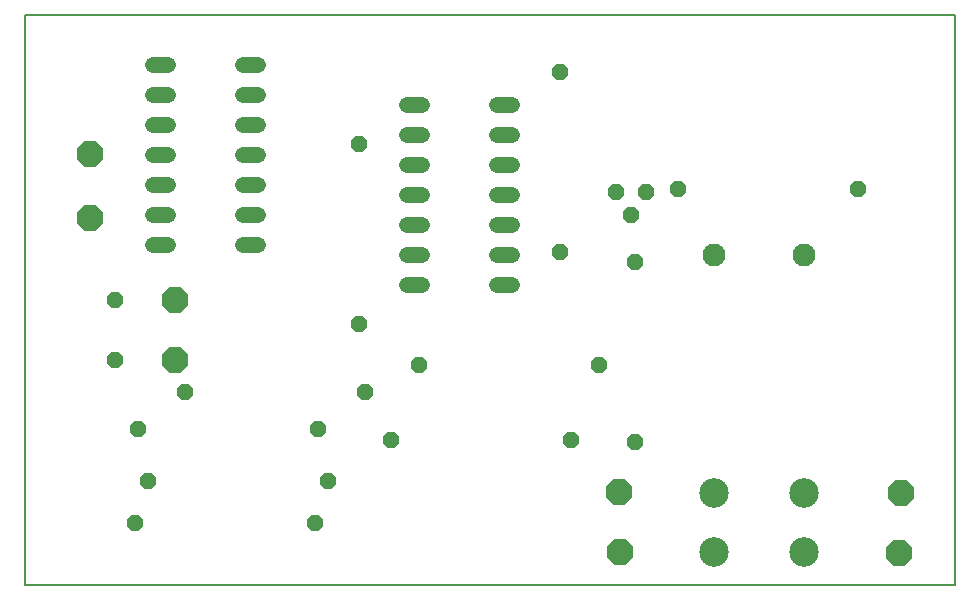
<source format=gtl>
G75*
%MOIN*%
%OFA0B0*%
%FSLAX25Y25*%
%IPPOS*%
%LPD*%
%AMOC8*
5,1,8,0,0,1.08239X$1,22.5*
%
%ADD10C,0.00800*%
%ADD11C,0.05200*%
%ADD12C,0.09843*%
%ADD13C,0.07677*%
%ADD14OC8,0.05200*%
%ADD15OC8,0.08500*%
D10*
X0002200Y0002200D02*
X0312200Y0002200D01*
X0312200Y0192200D01*
X0002200Y0192200D01*
X0002200Y0002200D01*
D11*
X0129600Y0102200D02*
X0134800Y0102200D01*
X0134800Y0112200D02*
X0129600Y0112200D01*
X0129600Y0122200D02*
X0134800Y0122200D01*
X0134800Y0132200D02*
X0129600Y0132200D01*
X0129600Y0142200D02*
X0134800Y0142200D01*
X0134800Y0152200D02*
X0129600Y0152200D01*
X0129600Y0162200D02*
X0134800Y0162200D01*
X0159600Y0162200D02*
X0164800Y0162200D01*
X0164800Y0152200D02*
X0159600Y0152200D01*
X0159600Y0142200D02*
X0164800Y0142200D01*
X0164800Y0132200D02*
X0159600Y0132200D01*
X0159600Y0122200D02*
X0164800Y0122200D01*
X0164800Y0112200D02*
X0159600Y0112200D01*
X0159600Y0102200D02*
X0164800Y0102200D01*
X0080095Y0115775D02*
X0074895Y0115775D01*
X0074895Y0125775D02*
X0080095Y0125775D01*
X0080095Y0135775D02*
X0074895Y0135775D01*
X0074895Y0145775D02*
X0080095Y0145775D01*
X0080095Y0155775D02*
X0074895Y0155775D01*
X0074895Y0165775D02*
X0080095Y0165775D01*
X0080095Y0175775D02*
X0074895Y0175775D01*
X0050095Y0175775D02*
X0044895Y0175775D01*
X0044895Y0165775D02*
X0050095Y0165775D01*
X0050095Y0155775D02*
X0044895Y0155775D01*
X0044895Y0145775D02*
X0050095Y0145775D01*
X0050095Y0135775D02*
X0044895Y0135775D01*
X0044895Y0125775D02*
X0050095Y0125775D01*
X0050095Y0115775D02*
X0044895Y0115775D01*
D12*
X0232178Y0033096D03*
X0261942Y0033096D03*
X0261942Y0013254D03*
X0232178Y0013254D03*
D13*
X0232178Y0112466D03*
X0261942Y0112466D03*
D14*
X0280180Y0134210D03*
X0220180Y0134210D03*
X0209495Y0133310D03*
X0199495Y0133310D03*
X0204495Y0125810D03*
X0205615Y0109990D03*
X0180640Y0113340D03*
X0193560Y0075655D03*
X0184410Y0050615D03*
X0205615Y0049990D03*
X0133560Y0075655D03*
X0115585Y0066840D03*
X0100105Y0054520D03*
X0124410Y0050615D03*
X0103375Y0037165D03*
X0099175Y0023155D03*
X0043375Y0037165D03*
X0039175Y0023155D03*
X0040105Y0054520D03*
X0055585Y0066840D03*
X0032200Y0077200D03*
X0032200Y0097200D03*
X0113785Y0089410D03*
X0113785Y0149410D03*
X0180640Y0173340D03*
D15*
X0052200Y0097200D03*
X0052200Y0077200D03*
X0024170Y0124730D03*
X0024190Y0146030D03*
X0200200Y0033200D03*
X0200860Y0013425D03*
X0293765Y0012945D03*
X0294515Y0033125D03*
M02*

</source>
